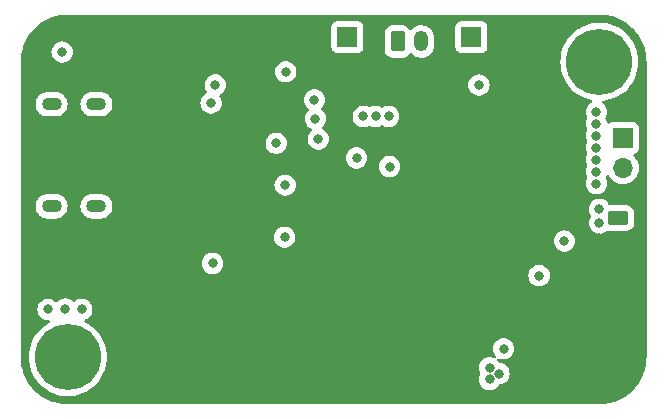
<source format=gbr>
%TF.GenerationSoftware,KiCad,Pcbnew,7.0.8*%
%TF.CreationDate,2024-12-11T22:25:20+01:00*%
%TF.ProjectId,LiPo_BuckBoost_Charger,4c69506f-5f42-4756-936b-426f6f73745f,rev?*%
%TF.SameCoordinates,Original*%
%TF.FileFunction,Copper,L2,Inr*%
%TF.FilePolarity,Positive*%
%FSLAX46Y46*%
G04 Gerber Fmt 4.6, Leading zero omitted, Abs format (unit mm)*
G04 Created by KiCad (PCBNEW 7.0.8) date 2024-12-11 22:25:20*
%MOMM*%
%LPD*%
G01*
G04 APERTURE LIST*
G04 Aperture macros list*
%AMRoundRect*
0 Rectangle with rounded corners*
0 $1 Rounding radius*
0 $2 $3 $4 $5 $6 $7 $8 $9 X,Y pos of 4 corners*
0 Add a 4 corners polygon primitive as box body*
4,1,4,$2,$3,$4,$5,$6,$7,$8,$9,$2,$3,0*
0 Add four circle primitives for the rounded corners*
1,1,$1+$1,$2,$3*
1,1,$1+$1,$4,$5*
1,1,$1+$1,$6,$7*
1,1,$1+$1,$8,$9*
0 Add four rect primitives between the rounded corners*
20,1,$1+$1,$2,$3,$4,$5,0*
20,1,$1+$1,$4,$5,$6,$7,0*
20,1,$1+$1,$6,$7,$8,$9,0*
20,1,$1+$1,$8,$9,$2,$3,0*%
G04 Aperture macros list end*
%TA.AperFunction,ComponentPad*%
%ADD10R,1.700000X1.700000*%
%TD*%
%TA.AperFunction,ComponentPad*%
%ADD11O,1.700000X1.700000*%
%TD*%
%TA.AperFunction,ComponentPad*%
%ADD12O,1.700000X1.100000*%
%TD*%
%TA.AperFunction,ComponentPad*%
%ADD13C,5.600000*%
%TD*%
%TA.AperFunction,ComponentPad*%
%ADD14RoundRect,0.250000X-0.625000X0.350000X-0.625000X-0.350000X0.625000X-0.350000X0.625000X0.350000X0*%
%TD*%
%TA.AperFunction,ComponentPad*%
%ADD15O,1.750000X1.200000*%
%TD*%
%TA.AperFunction,ComponentPad*%
%ADD16RoundRect,0.250000X-0.350000X-0.625000X0.350000X-0.625000X0.350000X0.625000X-0.350000X0.625000X0*%
%TD*%
%TA.AperFunction,ComponentPad*%
%ADD17O,1.200000X1.750000*%
%TD*%
%TA.AperFunction,ViaPad*%
%ADD18C,0.800000*%
%TD*%
G04 APERTURE END LIST*
D10*
%TO.N,+5V*%
%TO.C,J6*%
X122000000Y-33450000D03*
D11*
X122000000Y-35990000D03*
%TD*%
D12*
%TO.N,unconnected-(J1-SHIELD-PadS1)*%
%TO.C,J1*%
X77420000Y-30579340D03*
X73620000Y-30579340D03*
X77420000Y-39219340D03*
X73620000Y-39219340D03*
%TD*%
D13*
%TO.N,N/C*%
%TO.C,H2*%
X75000000Y-52000000D03*
%TD*%
D10*
%TO.N,+BATT*%
%TO.C,J3*%
X98670000Y-24887000D03*
%TD*%
D14*
%TO.N,+5V*%
%TO.C,J5*%
X121600000Y-40250000D03*
D15*
%TO.N,GND*%
X121600000Y-42250000D03*
%TD*%
D10*
%TO.N,-BATT*%
%TO.C,J4*%
X109170000Y-24887000D03*
%TD*%
D16*
%TO.N,+BATT*%
%TO.C,J2*%
X102920000Y-25280000D03*
D17*
%TO.N,-BATT*%
X104920000Y-25280000D03*
%TD*%
D13*
%TO.N,N/C*%
%TO.C,H1*%
X120000000Y-27000000D03*
%TD*%
D10*
%TO.N,GND*%
%TO.C,J7*%
X122000000Y-46500000D03*
D11*
X122000000Y-49040000D03*
%TD*%
D18*
%TO.N,Net-(D1-A)*%
X74520000Y-26180000D03*
X87475000Y-28956000D03*
%TO.N,GND*%
X79550000Y-38890000D03*
X116840000Y-55250000D03*
X112623600Y-26619200D03*
X111760000Y-55250000D03*
X79140000Y-43700000D03*
X112776000Y-24638000D03*
X119710000Y-50822000D03*
X105575000Y-40700000D03*
X116535200Y-24688800D03*
X119380000Y-55250000D03*
X120650000Y-55125000D03*
X80264000Y-41148000D03*
X114046000Y-24638000D03*
X83312000Y-40894000D03*
X73761600Y-37496140D03*
X77770000Y-23750000D03*
X115824000Y-25654000D03*
X72390000Y-37496140D03*
X115062000Y-47117000D03*
X84328000Y-33909000D03*
X85852000Y-36068000D03*
X115316000Y-24638000D03*
X97790000Y-55250000D03*
X112014000Y-25654000D03*
X105870000Y-46750000D03*
X105575000Y-34800000D03*
X85471000Y-33909000D03*
X113284000Y-25654000D03*
X113330000Y-23750000D03*
X123190000Y-52070000D03*
X73761600Y-32416140D03*
X94280000Y-23750000D03*
X91740000Y-23750000D03*
X119980000Y-41921000D03*
X110512500Y-46740000D03*
X109650000Y-47150000D03*
X84328000Y-27940000D03*
X109220000Y-55250000D03*
X106950000Y-47350000D03*
X91440000Y-55250000D03*
X84582000Y-40894000D03*
X119710000Y-49806000D03*
X111400000Y-46300000D03*
X82550000Y-55250000D03*
X114600000Y-23750000D03*
X113334800Y-27533600D03*
X93250000Y-46775000D03*
X117600000Y-34390000D03*
X109650000Y-46300000D03*
X119980000Y-43064000D03*
X80264000Y-39979600D03*
X71750000Y-48260000D03*
X102410000Y-40005000D03*
X71750000Y-49530000D03*
X117600000Y-36930000D03*
X72390000Y-36226140D03*
X122875000Y-53425000D03*
X96275000Y-46750000D03*
X93980000Y-55250000D03*
X100910000Y-40905000D03*
X73761600Y-33686140D03*
X76500000Y-23750000D03*
X90300000Y-46725000D03*
X106050000Y-41700000D03*
X81280000Y-55250000D03*
X114046000Y-46736000D03*
X71750000Y-39380000D03*
X101410000Y-40005000D03*
X71750000Y-41910000D03*
X88392000Y-34036000D03*
X117140000Y-23750000D03*
X112064800Y-27533600D03*
X112060000Y-23750000D03*
X119710000Y-48787000D03*
X101620000Y-45000000D03*
X99060000Y-55250000D03*
X115163600Y-26619200D03*
X73761600Y-34905340D03*
X115570000Y-55250000D03*
X84328000Y-26797000D03*
X72390000Y-33686140D03*
X71750000Y-45720000D03*
X117600000Y-33120000D03*
X95550000Y-23750000D03*
X113360000Y-49390000D03*
X100450000Y-45000000D03*
X71750000Y-46990000D03*
X107950000Y-55250000D03*
X117600000Y-31860000D03*
X78275000Y-46700000D03*
X105575000Y-38750000D03*
X97000000Y-48238000D03*
X96290000Y-45720000D03*
X111404400Y-24638000D03*
X117000000Y-40190000D03*
X75230000Y-23750000D03*
X78740000Y-55250000D03*
X102910000Y-40905000D03*
X111353600Y-26619200D03*
X93010000Y-23750000D03*
X121920000Y-54610000D03*
X84328000Y-30480000D03*
X105575000Y-31700000D03*
X117600000Y-35660000D03*
X113100000Y-47350000D03*
X77470000Y-55250000D03*
X115870000Y-23750000D03*
X114604800Y-27533600D03*
X90170000Y-55250000D03*
X71750000Y-43180000D03*
X83820000Y-55250000D03*
X119710000Y-46755000D03*
X90470000Y-23750000D03*
X105410000Y-55250000D03*
X105575000Y-35750000D03*
X113360000Y-48420000D03*
X84328000Y-32766000D03*
X119710000Y-45739000D03*
X119710000Y-44723000D03*
X71750000Y-40650000D03*
X97000000Y-49254000D03*
X117600000Y-30590000D03*
X105575000Y-37750000D03*
X72386509Y-34923130D03*
X92710000Y-55250000D03*
X114300000Y-55250000D03*
X105575000Y-29650000D03*
X86360000Y-55250000D03*
X71750000Y-44450000D03*
X102870000Y-55250000D03*
X82042000Y-40894000D03*
X80010000Y-55250000D03*
X80264000Y-43688000D03*
X73761600Y-36226140D03*
X110490000Y-55250000D03*
X106324400Y-54102000D03*
X118110000Y-55250000D03*
X114554000Y-25654000D03*
X76200000Y-32111340D03*
X95250000Y-55250000D03*
X81325000Y-46750000D03*
X115874800Y-27533600D03*
X80264000Y-42418000D03*
X84328000Y-36068000D03*
X100330000Y-55250000D03*
X87630000Y-55250000D03*
X77750000Y-45140000D03*
X84328000Y-31623000D03*
X101600000Y-55250000D03*
X113100000Y-46150000D03*
X107000000Y-46200000D03*
X88900000Y-55250000D03*
X86106000Y-42418000D03*
X106680000Y-55250000D03*
X113030000Y-55250000D03*
X72390000Y-32416140D03*
X106350000Y-51160000D03*
X114173000Y-47752000D03*
X96520000Y-55250000D03*
X105575000Y-32700000D03*
X111400000Y-47150000D03*
X101910000Y-40905000D03*
X113893600Y-26619200D03*
X84300000Y-46775000D03*
X85090000Y-55250000D03*
X108000000Y-46800000D03*
X104140000Y-55250000D03*
X119710000Y-47771000D03*
%TO.N,-BATT*%
X93400000Y-37450000D03*
X102250000Y-35880000D03*
%TO.N,+5V*%
X109800000Y-28975000D03*
X120000000Y-40643000D03*
X119750000Y-34266000D03*
X119750000Y-33250000D03*
X119750000Y-37317000D03*
X119750000Y-31250000D03*
X120000000Y-39500000D03*
X119750000Y-36301000D03*
X119750000Y-35282000D03*
X117030000Y-42180000D03*
X119750000Y-32250000D03*
%TO.N,Net-(U4-EN)*%
X111900000Y-51300000D03*
X114900000Y-45100000D03*
%TO.N,VBUS*%
X93350000Y-41850000D03*
X99450000Y-35150000D03*
%TO.N,Net-(JP1-A)*%
X87250000Y-44075000D03*
X87130000Y-30480000D03*
%TO.N,Net-(JP9-A)*%
X93450000Y-27850000D03*
X92640000Y-33900000D03*
%TO.N,VCC*%
X76180000Y-47960000D03*
X102160000Y-31620000D03*
X74800000Y-47940000D03*
X110700000Y-52900000D03*
X73330000Y-47970000D03*
X101070000Y-31620000D03*
X111500000Y-53400000D03*
X100010000Y-31630000D03*
X110700000Y-53900000D03*
%TO.N,Net-(Q1-G)*%
X95875000Y-30225000D03*
X96200000Y-33550000D03*
%TO.N,Net-(JP9-C)*%
X95960000Y-31820000D03*
%TD*%
%TA.AperFunction,Conductor*%
%TO.N,GND*%
G36*
X120001423Y-23000566D02*
G01*
X120040986Y-23002394D01*
X120172950Y-23008495D01*
X120372549Y-23018302D01*
X120378048Y-23018819D01*
X120563357Y-23044668D01*
X120749828Y-23072329D01*
X120754871Y-23073294D01*
X120939341Y-23116681D01*
X121120221Y-23161989D01*
X121124797Y-23163327D01*
X121305568Y-23223916D01*
X121480339Y-23286450D01*
X121484471Y-23288100D01*
X121542986Y-23313936D01*
X121659474Y-23365370D01*
X121826973Y-23444592D01*
X121830601Y-23446457D01*
X121992257Y-23536500D01*
X121998142Y-23539778D01*
X122156964Y-23634972D01*
X122160119Y-23636996D01*
X122318603Y-23745559D01*
X122467377Y-23855897D01*
X122470001Y-23857957D01*
X122618027Y-23980876D01*
X122755321Y-24105314D01*
X122757514Y-24107402D01*
X122892596Y-24242484D01*
X122894687Y-24244680D01*
X123019129Y-24381980D01*
X123142034Y-24529989D01*
X123144109Y-24532632D01*
X123254443Y-24681400D01*
X123363002Y-24839879D01*
X123365032Y-24843044D01*
X123460221Y-25001857D01*
X123553527Y-25169371D01*
X123555410Y-25173034D01*
X123634638Y-25340547D01*
X123711899Y-25515527D01*
X123713558Y-25519685D01*
X123776093Y-25694459D01*
X123836662Y-25875173D01*
X123838018Y-25879812D01*
X123883317Y-26060654D01*
X123926696Y-26245090D01*
X123927672Y-26250189D01*
X123955337Y-26436689D01*
X123981177Y-26621933D01*
X123981697Y-26627459D01*
X123991512Y-26827238D01*
X123999434Y-26998575D01*
X123999500Y-27001439D01*
X123999500Y-51998560D01*
X123999434Y-52001424D01*
X123991512Y-52172761D01*
X123981697Y-52372539D01*
X123981177Y-52378065D01*
X123955337Y-52563310D01*
X123927672Y-52749809D01*
X123926696Y-52754908D01*
X123883317Y-52939345D01*
X123838018Y-53120186D01*
X123836662Y-53124825D01*
X123776093Y-53305540D01*
X123713557Y-53480314D01*
X123711899Y-53484470D01*
X123634638Y-53659452D01*
X123555410Y-53826964D01*
X123553527Y-53830627D01*
X123460221Y-53998142D01*
X123365032Y-54156954D01*
X123363002Y-54160118D01*
X123254437Y-54318608D01*
X123144121Y-54467350D01*
X123142021Y-54470025D01*
X123019132Y-54618016D01*
X122894695Y-54755310D01*
X122892596Y-54757514D01*
X122757514Y-54892596D01*
X122755310Y-54894695D01*
X122618016Y-55019132D01*
X122470025Y-55142021D01*
X122467350Y-55144121D01*
X122318608Y-55254437D01*
X122160118Y-55363002D01*
X122156954Y-55365032D01*
X121998142Y-55460221D01*
X121830627Y-55553527D01*
X121826964Y-55555410D01*
X121659452Y-55634638D01*
X121484470Y-55711899D01*
X121480314Y-55713557D01*
X121305540Y-55776093D01*
X121124825Y-55836662D01*
X121120186Y-55838018D01*
X120939345Y-55883317D01*
X120754908Y-55926696D01*
X120749809Y-55927672D01*
X120563310Y-55955337D01*
X120378065Y-55981177D01*
X120372539Y-55981697D01*
X120172761Y-55991512D01*
X120001424Y-55999434D01*
X119998560Y-55999500D01*
X75001440Y-55999500D01*
X74998576Y-55999434D01*
X74827238Y-55991512D01*
X74627459Y-55981697D01*
X74621933Y-55981177D01*
X74436689Y-55955337D01*
X74250189Y-55927672D01*
X74245090Y-55926696D01*
X74060654Y-55883317D01*
X73879812Y-55838018D01*
X73875173Y-55836662D01*
X73694459Y-55776093D01*
X73519685Y-55713558D01*
X73515527Y-55711899D01*
X73340547Y-55634638D01*
X73173034Y-55555410D01*
X73169371Y-55553527D01*
X73001857Y-55460221D01*
X72843044Y-55365032D01*
X72839879Y-55363002D01*
X72730371Y-55287989D01*
X72681392Y-55254437D01*
X72532632Y-55144109D01*
X72529989Y-55142034D01*
X72381980Y-55019129D01*
X72244688Y-54894695D01*
X72242484Y-54892596D01*
X72107402Y-54757514D01*
X72105314Y-54755321D01*
X71980867Y-54618016D01*
X71857957Y-54470001D01*
X71855897Y-54467377D01*
X71745559Y-54318603D01*
X71636995Y-54160118D01*
X71634966Y-54156954D01*
X71539778Y-53998142D01*
X71503056Y-53932214D01*
X71446457Y-53830601D01*
X71444588Y-53826964D01*
X71365361Y-53659452D01*
X71288100Y-53484471D01*
X71286450Y-53480339D01*
X71223906Y-53305540D01*
X71163327Y-53124797D01*
X71161989Y-53120221D01*
X71116675Y-52939315D01*
X71111402Y-52916895D01*
X71073294Y-52754871D01*
X71072329Y-52749828D01*
X71044662Y-52563310D01*
X71018819Y-52378048D01*
X71018302Y-52372549D01*
X71008487Y-52172761D01*
X71000566Y-52001423D01*
X71000533Y-52000002D01*
X71694652Y-52000002D01*
X71714028Y-52357368D01*
X71714029Y-52357385D01*
X71771926Y-52710539D01*
X71771932Y-52710565D01*
X71867672Y-53055392D01*
X71867674Y-53055399D01*
X72000142Y-53387870D01*
X72000151Y-53387888D01*
X72167784Y-53704077D01*
X72167787Y-53704082D01*
X72167789Y-53704085D01*
X72367164Y-53998142D01*
X72368634Y-54000309D01*
X72368641Y-54000319D01*
X72504376Y-54160118D01*
X72600332Y-54273086D01*
X72860163Y-54519211D01*
X73145081Y-54735800D01*
X73451747Y-54920315D01*
X73451749Y-54920316D01*
X73451751Y-54920317D01*
X73451755Y-54920319D01*
X73776552Y-55070585D01*
X73776565Y-55070591D01*
X74115726Y-55184868D01*
X74465254Y-55261805D01*
X74821052Y-55300500D01*
X74821058Y-55300500D01*
X75178942Y-55300500D01*
X75178948Y-55300500D01*
X75534746Y-55261805D01*
X75884274Y-55184868D01*
X76223435Y-55070591D01*
X76548253Y-54920315D01*
X76854919Y-54735800D01*
X77139837Y-54519211D01*
X77399668Y-54273086D01*
X77631365Y-54000311D01*
X77699377Y-53900000D01*
X109794540Y-53900000D01*
X109814326Y-54088256D01*
X109814327Y-54088259D01*
X109872818Y-54268277D01*
X109872821Y-54268284D01*
X109967467Y-54432216D01*
X110045797Y-54519210D01*
X110094129Y-54572888D01*
X110247265Y-54684148D01*
X110247270Y-54684151D01*
X110420192Y-54761142D01*
X110420197Y-54761144D01*
X110605354Y-54800500D01*
X110605355Y-54800500D01*
X110794644Y-54800500D01*
X110794646Y-54800500D01*
X110979803Y-54761144D01*
X111152730Y-54684151D01*
X111305871Y-54572888D01*
X111432533Y-54432216D01*
X111445223Y-54410237D01*
X111472784Y-54362500D01*
X111523351Y-54314284D01*
X111580171Y-54300500D01*
X111594644Y-54300500D01*
X111594646Y-54300500D01*
X111779803Y-54261144D01*
X111952730Y-54184151D01*
X112105871Y-54072888D01*
X112232533Y-53932216D01*
X112327179Y-53768284D01*
X112385674Y-53588256D01*
X112405460Y-53400000D01*
X112385674Y-53211744D01*
X112327179Y-53031716D01*
X112232533Y-52867784D01*
X112105871Y-52727112D01*
X112084719Y-52711744D01*
X111952734Y-52615851D01*
X111952729Y-52615848D01*
X111779807Y-52538857D01*
X111779802Y-52538855D01*
X111634001Y-52507865D01*
X111594646Y-52499500D01*
X111594645Y-52499500D01*
X111580171Y-52499500D01*
X111513132Y-52479815D01*
X111472784Y-52437500D01*
X111435278Y-52372539D01*
X111432533Y-52367784D01*
X111386753Y-52316940D01*
X111356525Y-52253952D01*
X111365150Y-52184617D01*
X111409891Y-52130951D01*
X111476544Y-52109993D01*
X111529341Y-52120692D01*
X111620197Y-52161144D01*
X111805354Y-52200500D01*
X111805355Y-52200500D01*
X111994644Y-52200500D01*
X111994646Y-52200500D01*
X112179803Y-52161144D01*
X112352730Y-52084151D01*
X112505871Y-51972888D01*
X112632533Y-51832216D01*
X112727179Y-51668284D01*
X112785674Y-51488256D01*
X112805460Y-51300000D01*
X112785674Y-51111744D01*
X112727179Y-50931716D01*
X112632533Y-50767784D01*
X112505871Y-50627112D01*
X112485249Y-50612129D01*
X112352734Y-50515851D01*
X112352729Y-50515848D01*
X112179807Y-50438857D01*
X112179802Y-50438855D01*
X112034001Y-50407865D01*
X111994646Y-50399500D01*
X111805354Y-50399500D01*
X111772897Y-50406398D01*
X111620197Y-50438855D01*
X111620192Y-50438857D01*
X111447270Y-50515848D01*
X111447265Y-50515851D01*
X111294129Y-50627111D01*
X111167466Y-50767785D01*
X111072821Y-50931715D01*
X111072818Y-50931722D01*
X111014327Y-51111740D01*
X111014326Y-51111744D01*
X110994540Y-51300000D01*
X111014326Y-51488256D01*
X111014327Y-51488259D01*
X111072818Y-51668277D01*
X111072821Y-51668284D01*
X111167464Y-51832212D01*
X111167465Y-51832214D01*
X111167467Y-51832216D01*
X111213245Y-51883057D01*
X111243474Y-51946047D01*
X111234849Y-52015382D01*
X111190108Y-52069048D01*
X111123455Y-52090006D01*
X111070658Y-52079307D01*
X110979807Y-52038857D01*
X110979802Y-52038855D01*
X110834001Y-52007865D01*
X110794646Y-51999500D01*
X110605354Y-51999500D01*
X110572897Y-52006398D01*
X110420197Y-52038855D01*
X110420192Y-52038857D01*
X110247270Y-52115848D01*
X110247265Y-52115851D01*
X110094129Y-52227111D01*
X109967466Y-52367785D01*
X109872821Y-52531715D01*
X109872818Y-52531722D01*
X109814713Y-52710552D01*
X109814326Y-52711744D01*
X109794540Y-52900000D01*
X109814326Y-53088256D01*
X109814327Y-53088259D01*
X109872818Y-53268277D01*
X109872820Y-53268281D01*
X109872821Y-53268284D01*
X109894320Y-53305521D01*
X109913072Y-53338001D01*
X109929543Y-53405901D01*
X109913072Y-53461999D01*
X109872820Y-53531718D01*
X109872818Y-53531722D01*
X109816814Y-53704086D01*
X109814326Y-53711744D01*
X109794540Y-53900000D01*
X77699377Y-53900000D01*
X77832211Y-53704085D01*
X77999853Y-53387880D01*
X78132324Y-53055403D01*
X78228071Y-52710552D01*
X78262671Y-52499500D01*
X78285970Y-52357385D01*
X78285970Y-52357382D01*
X78285972Y-52357371D01*
X78305348Y-52000000D01*
X78285972Y-51642629D01*
X78260664Y-51488259D01*
X78228073Y-51289460D01*
X78228072Y-51289459D01*
X78228071Y-51289448D01*
X78132324Y-50944597D01*
X78061875Y-50767784D01*
X77999857Y-50612129D01*
X77999848Y-50612111D01*
X77832215Y-50295922D01*
X77832213Y-50295919D01*
X77832211Y-50295915D01*
X77631365Y-49999689D01*
X77631361Y-49999684D01*
X77631358Y-49999680D01*
X77399668Y-49726914D01*
X77139837Y-49480789D01*
X77139830Y-49480783D01*
X77139827Y-49480781D01*
X77072245Y-49429407D01*
X76854919Y-49264200D01*
X76548253Y-49079685D01*
X76548252Y-49079684D01*
X76548248Y-49079682D01*
X76548244Y-49079680D01*
X76468034Y-49042571D01*
X76415456Y-48996557D01*
X76396102Y-48929421D01*
X76416116Y-48862480D01*
X76469145Y-48816985D01*
X76469246Y-48816939D01*
X76632730Y-48744151D01*
X76785871Y-48632888D01*
X76912533Y-48492216D01*
X77007179Y-48328284D01*
X77065674Y-48148256D01*
X77085460Y-47960000D01*
X77065674Y-47771744D01*
X77007179Y-47591716D01*
X76912533Y-47427784D01*
X76785871Y-47287112D01*
X76762496Y-47270129D01*
X76632734Y-47175851D01*
X76632729Y-47175848D01*
X76459807Y-47098857D01*
X76459802Y-47098855D01*
X76314001Y-47067865D01*
X76274646Y-47059500D01*
X76085354Y-47059500D01*
X76052897Y-47066398D01*
X75900197Y-47098855D01*
X75900192Y-47098857D01*
X75727271Y-47175848D01*
X75573624Y-47287478D01*
X75507817Y-47310957D01*
X75439763Y-47295131D01*
X75408588Y-47270130D01*
X75405871Y-47267112D01*
X75405867Y-47267109D01*
X75405864Y-47267106D01*
X75252734Y-47155851D01*
X75252729Y-47155848D01*
X75079807Y-47078857D01*
X75079802Y-47078855D01*
X74934001Y-47047865D01*
X74894646Y-47039500D01*
X74705354Y-47039500D01*
X74672897Y-47046398D01*
X74520197Y-47078855D01*
X74520192Y-47078857D01*
X74347270Y-47155848D01*
X74347265Y-47155851D01*
X74194129Y-47267111D01*
X74194128Y-47267112D01*
X74143642Y-47323182D01*
X74084155Y-47359830D01*
X74014298Y-47358499D01*
X73959343Y-47323180D01*
X73935871Y-47297112D01*
X73935870Y-47297111D01*
X73935869Y-47297110D01*
X73782734Y-47185851D01*
X73782729Y-47185848D01*
X73609807Y-47108857D01*
X73609802Y-47108855D01*
X73464001Y-47077865D01*
X73424646Y-47069500D01*
X73235354Y-47069500D01*
X73202897Y-47076398D01*
X73050197Y-47108855D01*
X73050192Y-47108857D01*
X72877270Y-47185848D01*
X72877265Y-47185851D01*
X72724129Y-47297111D01*
X72597466Y-47437785D01*
X72502821Y-47601715D01*
X72502818Y-47601722D01*
X72447575Y-47771744D01*
X72444326Y-47781744D01*
X72424540Y-47970000D01*
X72444326Y-48158256D01*
X72444327Y-48158259D01*
X72502818Y-48338277D01*
X72502821Y-48338284D01*
X72597467Y-48502216D01*
X72697117Y-48612888D01*
X72724129Y-48642888D01*
X72877265Y-48754148D01*
X72877270Y-48754151D01*
X73050192Y-48831142D01*
X73050197Y-48831144D01*
X73235354Y-48870500D01*
X73235355Y-48870500D01*
X73352808Y-48870500D01*
X73419847Y-48890185D01*
X73465602Y-48942989D01*
X73475546Y-49012147D01*
X73446521Y-49075703D01*
X73416737Y-49100749D01*
X73145081Y-49264200D01*
X73056768Y-49331333D01*
X72860172Y-49480781D01*
X72860163Y-49480789D01*
X72600331Y-49726914D01*
X72368641Y-49999680D01*
X72368634Y-49999690D01*
X72167790Y-50295913D01*
X72167784Y-50295922D01*
X72000151Y-50612111D01*
X72000142Y-50612129D01*
X71867674Y-50944600D01*
X71867672Y-50944607D01*
X71771932Y-51289434D01*
X71771926Y-51289460D01*
X71714029Y-51642614D01*
X71714028Y-51642627D01*
X71714028Y-51642629D01*
X71712637Y-51668284D01*
X71694652Y-51999997D01*
X71694652Y-52000002D01*
X71000533Y-52000002D01*
X71000500Y-51998560D01*
X71000500Y-45100000D01*
X113994540Y-45100000D01*
X114014326Y-45288256D01*
X114014327Y-45288259D01*
X114072818Y-45468277D01*
X114072821Y-45468284D01*
X114167467Y-45632216D01*
X114294129Y-45772888D01*
X114447265Y-45884148D01*
X114447270Y-45884151D01*
X114620192Y-45961142D01*
X114620197Y-45961144D01*
X114805354Y-46000500D01*
X114805355Y-46000500D01*
X114994644Y-46000500D01*
X114994646Y-46000500D01*
X115179803Y-45961144D01*
X115352730Y-45884151D01*
X115505871Y-45772888D01*
X115632533Y-45632216D01*
X115727179Y-45468284D01*
X115785674Y-45288256D01*
X115805460Y-45100000D01*
X115785674Y-44911744D01*
X115727179Y-44731716D01*
X115632533Y-44567784D01*
X115505871Y-44427112D01*
X115505870Y-44427111D01*
X115352734Y-44315851D01*
X115352729Y-44315848D01*
X115179807Y-44238857D01*
X115179802Y-44238855D01*
X115034001Y-44207865D01*
X114994646Y-44199500D01*
X114805354Y-44199500D01*
X114772897Y-44206398D01*
X114620197Y-44238855D01*
X114620192Y-44238857D01*
X114447270Y-44315848D01*
X114447265Y-44315851D01*
X114294129Y-44427111D01*
X114167466Y-44567785D01*
X114072821Y-44731715D01*
X114072818Y-44731722D01*
X114014327Y-44911740D01*
X114014326Y-44911744D01*
X113994540Y-45100000D01*
X71000500Y-45100000D01*
X71000500Y-44075000D01*
X86344540Y-44075000D01*
X86364326Y-44263256D01*
X86364327Y-44263259D01*
X86422818Y-44443277D01*
X86422821Y-44443284D01*
X86517467Y-44607216D01*
X86629567Y-44731715D01*
X86644129Y-44747888D01*
X86797265Y-44859148D01*
X86797270Y-44859151D01*
X86970192Y-44936142D01*
X86970197Y-44936144D01*
X87155354Y-44975500D01*
X87155355Y-44975500D01*
X87344644Y-44975500D01*
X87344646Y-44975500D01*
X87529803Y-44936144D01*
X87702730Y-44859151D01*
X87855871Y-44747888D01*
X87982533Y-44607216D01*
X88077179Y-44443284D01*
X88135674Y-44263256D01*
X88155460Y-44075000D01*
X88135674Y-43886744D01*
X88077179Y-43706716D01*
X87982533Y-43542784D01*
X87855871Y-43402112D01*
X87855870Y-43402111D01*
X87702734Y-43290851D01*
X87702729Y-43290848D01*
X87529807Y-43213857D01*
X87529802Y-43213855D01*
X87384001Y-43182865D01*
X87344646Y-43174500D01*
X87155354Y-43174500D01*
X87122897Y-43181398D01*
X86970197Y-43213855D01*
X86970192Y-43213857D01*
X86797270Y-43290848D01*
X86797265Y-43290851D01*
X86644129Y-43402111D01*
X86517466Y-43542785D01*
X86422821Y-43706715D01*
X86422818Y-43706722D01*
X86364327Y-43886740D01*
X86364326Y-43886744D01*
X86344540Y-44075000D01*
X71000500Y-44075000D01*
X71000500Y-41850000D01*
X92444540Y-41850000D01*
X92464326Y-42038256D01*
X92464327Y-42038259D01*
X92522818Y-42218277D01*
X92522821Y-42218284D01*
X92617467Y-42382216D01*
X92744129Y-42522888D01*
X92897265Y-42634148D01*
X92897270Y-42634151D01*
X93070192Y-42711142D01*
X93070197Y-42711144D01*
X93255354Y-42750500D01*
X93255355Y-42750500D01*
X93444644Y-42750500D01*
X93444646Y-42750500D01*
X93629803Y-42711144D01*
X93802730Y-42634151D01*
X93955871Y-42522888D01*
X94082533Y-42382216D01*
X94177179Y-42218284D01*
X94189618Y-42180000D01*
X116124540Y-42180000D01*
X116144326Y-42368256D01*
X116144327Y-42368259D01*
X116202818Y-42548277D01*
X116202821Y-42548284D01*
X116297467Y-42712216D01*
X116424129Y-42852888D01*
X116577265Y-42964148D01*
X116577270Y-42964151D01*
X116750192Y-43041142D01*
X116750197Y-43041144D01*
X116935354Y-43080500D01*
X116935355Y-43080500D01*
X117124644Y-43080500D01*
X117124646Y-43080500D01*
X117309803Y-43041144D01*
X117482730Y-42964151D01*
X117635871Y-42852888D01*
X117762533Y-42712216D01*
X117857179Y-42548284D01*
X117915674Y-42368256D01*
X117935460Y-42180000D01*
X117915674Y-41991744D01*
X117857179Y-41811716D01*
X117762533Y-41647784D01*
X117635871Y-41507112D01*
X117631786Y-41504144D01*
X117482734Y-41395851D01*
X117482729Y-41395848D01*
X117309807Y-41318857D01*
X117309802Y-41318855D01*
X117164001Y-41287865D01*
X117124646Y-41279500D01*
X116935354Y-41279500D01*
X116902897Y-41286398D01*
X116750197Y-41318855D01*
X116750192Y-41318857D01*
X116577270Y-41395848D01*
X116577265Y-41395851D01*
X116424129Y-41507111D01*
X116297466Y-41647785D01*
X116202821Y-41811715D01*
X116202818Y-41811722D01*
X116144327Y-41991740D01*
X116144326Y-41991744D01*
X116124540Y-42180000D01*
X94189618Y-42180000D01*
X94235674Y-42038256D01*
X94255460Y-41850000D01*
X94235674Y-41661744D01*
X94177179Y-41481716D01*
X94082533Y-41317784D01*
X93955871Y-41177112D01*
X93955870Y-41177111D01*
X93802734Y-41065851D01*
X93802729Y-41065848D01*
X93629807Y-40988857D01*
X93629802Y-40988855D01*
X93484001Y-40957865D01*
X93444646Y-40949500D01*
X93255354Y-40949500D01*
X93222897Y-40956398D01*
X93070197Y-40988855D01*
X93070192Y-40988857D01*
X92897270Y-41065848D01*
X92897265Y-41065851D01*
X92744129Y-41177111D01*
X92617466Y-41317785D01*
X92522821Y-41481715D01*
X92522818Y-41481722D01*
X92464327Y-41661740D01*
X92464326Y-41661744D01*
X92444540Y-41850000D01*
X71000500Y-41850000D01*
X71000500Y-40643000D01*
X119094540Y-40643000D01*
X119114326Y-40831256D01*
X119114327Y-40831259D01*
X119172818Y-41011277D01*
X119172821Y-41011284D01*
X119267467Y-41175216D01*
X119361365Y-41279500D01*
X119394129Y-41315888D01*
X119547265Y-41427148D01*
X119547270Y-41427151D01*
X119720192Y-41504142D01*
X119720197Y-41504144D01*
X119905354Y-41543500D01*
X119905355Y-41543500D01*
X120094644Y-41543500D01*
X120094646Y-41543500D01*
X120279803Y-41504144D01*
X120452730Y-41427151D01*
X120599361Y-41320617D01*
X120665163Y-41297139D01*
X120711243Y-41303230D01*
X120822203Y-41339999D01*
X120924991Y-41350500D01*
X122275008Y-41350499D01*
X122377797Y-41339999D01*
X122544334Y-41284814D01*
X122693656Y-41192712D01*
X122817712Y-41068656D01*
X122909814Y-40919334D01*
X122964999Y-40752797D01*
X122975500Y-40650009D01*
X122975499Y-39849992D01*
X122964999Y-39747203D01*
X122909814Y-39580666D01*
X122817712Y-39431344D01*
X122693656Y-39307288D01*
X122544334Y-39215186D01*
X122377797Y-39160001D01*
X122377795Y-39160000D01*
X122275010Y-39149500D01*
X120924998Y-39149500D01*
X120924980Y-39149501D01*
X120922168Y-39149789D01*
X120853476Y-39137014D01*
X120802595Y-39089130D01*
X120802188Y-39088430D01*
X120758873Y-39013406D01*
X120732533Y-38967784D01*
X120605871Y-38827112D01*
X120605870Y-38827111D01*
X120452734Y-38715851D01*
X120452729Y-38715848D01*
X120279807Y-38638857D01*
X120279802Y-38638855D01*
X120134001Y-38607865D01*
X120094646Y-38599500D01*
X119905354Y-38599500D01*
X119872897Y-38606398D01*
X119720197Y-38638855D01*
X119720192Y-38638857D01*
X119547270Y-38715848D01*
X119547265Y-38715851D01*
X119394129Y-38827111D01*
X119267466Y-38967785D01*
X119172821Y-39131715D01*
X119172818Y-39131722D01*
X119114327Y-39311740D01*
X119114326Y-39311744D01*
X119094540Y-39500000D01*
X119114326Y-39688256D01*
X119114327Y-39688259D01*
X119172818Y-39868277D01*
X119172820Y-39868281D01*
X119172821Y-39868284D01*
X119220712Y-39951235D01*
X119254352Y-40009501D01*
X119270824Y-40077401D01*
X119254352Y-40133499D01*
X119172820Y-40274718D01*
X119172818Y-40274722D01*
X119114327Y-40454740D01*
X119114326Y-40454744D01*
X119094540Y-40643000D01*
X71000500Y-40643000D01*
X71000500Y-39219340D01*
X72264417Y-39219340D01*
X72284699Y-39425272D01*
X72286541Y-39431344D01*
X72344768Y-39623294D01*
X72442315Y-39805790D01*
X72442317Y-39805792D01*
X72573589Y-39965750D01*
X72670209Y-40045042D01*
X72733550Y-40097025D01*
X72916046Y-40194572D01*
X73114066Y-40254640D01*
X73114065Y-40254640D01*
X73152647Y-40258440D01*
X73268392Y-40269840D01*
X73268395Y-40269840D01*
X73971605Y-40269840D01*
X73971608Y-40269840D01*
X74125934Y-40254640D01*
X74323954Y-40194572D01*
X74506450Y-40097025D01*
X74666410Y-39965750D01*
X74797685Y-39805790D01*
X74895232Y-39623294D01*
X74955300Y-39425274D01*
X74975583Y-39219340D01*
X76064417Y-39219340D01*
X76084699Y-39425272D01*
X76086541Y-39431344D01*
X76144768Y-39623294D01*
X76242315Y-39805790D01*
X76242317Y-39805792D01*
X76373589Y-39965750D01*
X76470209Y-40045042D01*
X76533550Y-40097025D01*
X76716046Y-40194572D01*
X76914066Y-40254640D01*
X76914065Y-40254640D01*
X76952647Y-40258440D01*
X77068392Y-40269840D01*
X77068395Y-40269840D01*
X77771605Y-40269840D01*
X77771608Y-40269840D01*
X77925934Y-40254640D01*
X78123954Y-40194572D01*
X78306450Y-40097025D01*
X78466410Y-39965750D01*
X78597685Y-39805790D01*
X78695232Y-39623294D01*
X78755300Y-39425274D01*
X78775583Y-39219340D01*
X78755300Y-39013406D01*
X78695232Y-38815386D01*
X78597685Y-38632890D01*
X78545702Y-38569549D01*
X78466410Y-38472929D01*
X78348677Y-38376309D01*
X78306450Y-38341655D01*
X78123954Y-38244108D01*
X77925934Y-38184040D01*
X77925932Y-38184039D01*
X77925934Y-38184039D01*
X77806805Y-38172306D01*
X77771608Y-38168840D01*
X77068392Y-38168840D01*
X77030298Y-38172591D01*
X76914067Y-38184039D01*
X76716043Y-38244109D01*
X76605898Y-38302983D01*
X76533550Y-38341655D01*
X76533548Y-38341656D01*
X76533547Y-38341657D01*
X76373589Y-38472929D01*
X76242317Y-38632887D01*
X76144769Y-38815383D01*
X76084699Y-39013407D01*
X76064417Y-39219340D01*
X74975583Y-39219340D01*
X74955300Y-39013406D01*
X74895232Y-38815386D01*
X74797685Y-38632890D01*
X74745702Y-38569549D01*
X74666410Y-38472929D01*
X74548677Y-38376309D01*
X74506450Y-38341655D01*
X74323954Y-38244108D01*
X74125934Y-38184040D01*
X74125932Y-38184039D01*
X74125934Y-38184039D01*
X74006805Y-38172306D01*
X73971608Y-38168840D01*
X73268392Y-38168840D01*
X73230298Y-38172591D01*
X73114067Y-38184039D01*
X72916043Y-38244109D01*
X72805898Y-38302983D01*
X72733550Y-38341655D01*
X72733548Y-38341656D01*
X72733547Y-38341657D01*
X72573589Y-38472929D01*
X72442317Y-38632887D01*
X72344769Y-38815383D01*
X72284699Y-39013407D01*
X72264417Y-39219340D01*
X71000500Y-39219340D01*
X71000500Y-37450000D01*
X92494540Y-37450000D01*
X92514326Y-37638256D01*
X92514327Y-37638259D01*
X92572818Y-37818277D01*
X92572821Y-37818284D01*
X92667467Y-37982216D01*
X92774554Y-38101148D01*
X92794129Y-38122888D01*
X92947265Y-38234148D01*
X92947270Y-38234151D01*
X93120192Y-38311142D01*
X93120197Y-38311144D01*
X93305354Y-38350500D01*
X93305355Y-38350500D01*
X93494644Y-38350500D01*
X93494646Y-38350500D01*
X93679803Y-38311144D01*
X93852730Y-38234151D01*
X94005871Y-38122888D01*
X94132533Y-37982216D01*
X94227179Y-37818284D01*
X94285674Y-37638256D01*
X94305460Y-37450000D01*
X94285674Y-37261744D01*
X94227179Y-37081716D01*
X94132533Y-36917784D01*
X94005871Y-36777112D01*
X93964427Y-36747001D01*
X93852734Y-36665851D01*
X93852729Y-36665848D01*
X93679807Y-36588857D01*
X93679802Y-36588855D01*
X93510585Y-36552888D01*
X93494646Y-36549500D01*
X93305354Y-36549500D01*
X93289415Y-36552888D01*
X93120197Y-36588855D01*
X93120192Y-36588857D01*
X92947270Y-36665848D01*
X92947265Y-36665851D01*
X92794129Y-36777111D01*
X92667466Y-36917785D01*
X92572821Y-37081715D01*
X92572818Y-37081722D01*
X92514327Y-37261740D01*
X92514326Y-37261744D01*
X92494540Y-37450000D01*
X71000500Y-37450000D01*
X71000500Y-35150000D01*
X98544540Y-35150000D01*
X98564326Y-35338256D01*
X98564327Y-35338259D01*
X98622818Y-35518277D01*
X98622821Y-35518284D01*
X98717467Y-35682216D01*
X98815867Y-35791500D01*
X98844129Y-35822888D01*
X98997265Y-35934148D01*
X98997270Y-35934151D01*
X99170192Y-36011142D01*
X99170197Y-36011144D01*
X99355354Y-36050500D01*
X99355355Y-36050500D01*
X99544644Y-36050500D01*
X99544646Y-36050500D01*
X99729803Y-36011144D01*
X99902730Y-35934151D01*
X99977263Y-35880000D01*
X101344540Y-35880000D01*
X101364326Y-36068256D01*
X101364327Y-36068259D01*
X101422818Y-36248277D01*
X101422821Y-36248284D01*
X101517467Y-36412216D01*
X101586837Y-36489259D01*
X101644129Y-36552888D01*
X101797265Y-36664148D01*
X101797270Y-36664151D01*
X101970192Y-36741142D01*
X101970197Y-36741144D01*
X102155354Y-36780500D01*
X102155355Y-36780500D01*
X102344644Y-36780500D01*
X102344646Y-36780500D01*
X102529803Y-36741144D01*
X102702730Y-36664151D01*
X102855871Y-36552888D01*
X102982533Y-36412216D01*
X103077179Y-36248284D01*
X103135674Y-36068256D01*
X103155460Y-35880000D01*
X103135674Y-35691744D01*
X103077179Y-35511716D01*
X102982533Y-35347784D01*
X102855871Y-35207112D01*
X102855870Y-35207111D01*
X102702734Y-35095851D01*
X102702729Y-35095848D01*
X102529807Y-35018857D01*
X102529802Y-35018855D01*
X102384001Y-34987865D01*
X102344646Y-34979500D01*
X102155354Y-34979500D01*
X102122897Y-34986398D01*
X101970197Y-35018855D01*
X101970192Y-35018857D01*
X101797270Y-35095848D01*
X101797265Y-35095851D01*
X101644129Y-35207111D01*
X101517466Y-35347785D01*
X101422821Y-35511715D01*
X101422818Y-35511722D01*
X101367422Y-35682216D01*
X101364326Y-35691744D01*
X101344540Y-35880000D01*
X99977263Y-35880000D01*
X100055871Y-35822888D01*
X100182533Y-35682216D01*
X100277179Y-35518284D01*
X100335674Y-35338256D01*
X100355460Y-35150000D01*
X100335674Y-34961744D01*
X100277179Y-34781716D01*
X100182533Y-34617784D01*
X100055871Y-34477112D01*
X100055870Y-34477111D01*
X99902734Y-34365851D01*
X99902729Y-34365848D01*
X99729807Y-34288857D01*
X99729802Y-34288855D01*
X99584001Y-34257865D01*
X99544646Y-34249500D01*
X99355354Y-34249500D01*
X99322897Y-34256398D01*
X99170197Y-34288855D01*
X99170192Y-34288857D01*
X98997270Y-34365848D01*
X98997265Y-34365851D01*
X98844129Y-34477111D01*
X98717466Y-34617785D01*
X98622821Y-34781715D01*
X98622818Y-34781722D01*
X98567653Y-34951505D01*
X98564326Y-34961744D01*
X98544540Y-35150000D01*
X71000500Y-35150000D01*
X71000500Y-33900000D01*
X91734540Y-33900000D01*
X91754326Y-34088256D01*
X91754327Y-34088259D01*
X91812818Y-34268277D01*
X91812821Y-34268284D01*
X91907467Y-34432216D01*
X91927315Y-34454259D01*
X92034129Y-34572888D01*
X92187265Y-34684148D01*
X92187270Y-34684151D01*
X92360192Y-34761142D01*
X92360197Y-34761144D01*
X92545354Y-34800500D01*
X92545355Y-34800500D01*
X92734644Y-34800500D01*
X92734646Y-34800500D01*
X92919803Y-34761144D01*
X93092730Y-34684151D01*
X93245871Y-34572888D01*
X93372533Y-34432216D01*
X93467179Y-34268284D01*
X93525674Y-34088256D01*
X93545460Y-33900000D01*
X93525674Y-33711744D01*
X93467179Y-33531716D01*
X93372533Y-33367784D01*
X93245871Y-33227112D01*
X93245870Y-33227111D01*
X93092734Y-33115851D01*
X93092729Y-33115848D01*
X92919807Y-33038857D01*
X92919802Y-33038855D01*
X92774001Y-33007865D01*
X92734646Y-32999500D01*
X92545354Y-32999500D01*
X92512897Y-33006398D01*
X92360197Y-33038855D01*
X92360192Y-33038857D01*
X92187270Y-33115848D01*
X92187265Y-33115851D01*
X92034129Y-33227111D01*
X91907466Y-33367785D01*
X91812821Y-33531715D01*
X91812818Y-33531722D01*
X91759441Y-33696001D01*
X91754326Y-33711744D01*
X91734540Y-33900000D01*
X71000500Y-33900000D01*
X71000500Y-30579340D01*
X72264417Y-30579340D01*
X72284699Y-30785272D01*
X72303814Y-30848284D01*
X72344768Y-30983294D01*
X72442315Y-31165790D01*
X72442317Y-31165792D01*
X72573589Y-31325750D01*
X72640303Y-31380500D01*
X72733550Y-31457025D01*
X72916046Y-31554572D01*
X73114066Y-31614640D01*
X73114065Y-31614640D01*
X73150993Y-31618277D01*
X73268392Y-31629840D01*
X73268395Y-31629840D01*
X73971605Y-31629840D01*
X73971608Y-31629840D01*
X74125934Y-31614640D01*
X74323954Y-31554572D01*
X74506450Y-31457025D01*
X74666410Y-31325750D01*
X74797685Y-31165790D01*
X74895232Y-30983294D01*
X74955300Y-30785274D01*
X74975583Y-30579340D01*
X76064417Y-30579340D01*
X76084699Y-30785272D01*
X76103814Y-30848284D01*
X76144768Y-30983294D01*
X76242315Y-31165790D01*
X76242317Y-31165792D01*
X76373589Y-31325750D01*
X76440303Y-31380500D01*
X76533550Y-31457025D01*
X76716046Y-31554572D01*
X76914066Y-31614640D01*
X76914065Y-31614640D01*
X76950993Y-31618277D01*
X77068392Y-31629840D01*
X77068395Y-31629840D01*
X77771605Y-31629840D01*
X77771608Y-31629840D01*
X77925934Y-31614640D01*
X78123954Y-31554572D01*
X78306450Y-31457025D01*
X78466410Y-31325750D01*
X78597685Y-31165790D01*
X78695232Y-30983294D01*
X78755300Y-30785274D01*
X78775583Y-30579340D01*
X78765799Y-30480000D01*
X86224540Y-30480000D01*
X86244326Y-30668256D01*
X86244327Y-30668259D01*
X86302818Y-30848277D01*
X86302821Y-30848284D01*
X86397467Y-31012216D01*
X86474513Y-31097784D01*
X86524129Y-31152888D01*
X86677265Y-31264148D01*
X86677270Y-31264151D01*
X86850192Y-31341142D01*
X86850197Y-31341144D01*
X87035354Y-31380500D01*
X87035355Y-31380500D01*
X87224644Y-31380500D01*
X87224646Y-31380500D01*
X87409803Y-31341144D01*
X87582730Y-31264151D01*
X87735871Y-31152888D01*
X87862533Y-31012216D01*
X87957179Y-30848284D01*
X88015674Y-30668256D01*
X88035460Y-30480000D01*
X88015674Y-30291744D01*
X87993987Y-30225000D01*
X94969540Y-30225000D01*
X94989326Y-30413256D01*
X94989327Y-30413259D01*
X95047818Y-30593277D01*
X95047821Y-30593284D01*
X95142467Y-30757216D01*
X95225951Y-30849934D01*
X95269129Y-30897888D01*
X95345473Y-30953355D01*
X95388139Y-31008685D01*
X95394118Y-31078298D01*
X95361513Y-31140093D01*
X95355564Y-31145820D01*
X95354128Y-31147112D01*
X95227466Y-31287785D01*
X95132821Y-31451715D01*
X95132818Y-31451722D01*
X95074327Y-31631740D01*
X95074326Y-31631744D01*
X95054540Y-31820000D01*
X95074326Y-32008256D01*
X95074327Y-32008259D01*
X95132818Y-32188277D01*
X95132821Y-32188284D01*
X95227467Y-32352216D01*
X95274227Y-32404148D01*
X95354129Y-32492888D01*
X95507265Y-32604148D01*
X95507270Y-32604151D01*
X95597867Y-32644488D01*
X95651104Y-32689738D01*
X95671425Y-32756587D01*
X95652379Y-32823811D01*
X95620318Y-32858084D01*
X95594128Y-32877112D01*
X95467466Y-33017785D01*
X95372821Y-33181715D01*
X95372818Y-33181722D01*
X95314327Y-33361740D01*
X95314326Y-33361744D01*
X95294540Y-33550000D01*
X95314326Y-33738256D01*
X95314327Y-33738259D01*
X95372818Y-33918277D01*
X95372821Y-33918284D01*
X95467467Y-34082216D01*
X95581895Y-34209301D01*
X95594129Y-34222888D01*
X95747265Y-34334148D01*
X95747270Y-34334151D01*
X95920192Y-34411142D01*
X95920197Y-34411144D01*
X96105354Y-34450500D01*
X96105355Y-34450500D01*
X96294644Y-34450500D01*
X96294646Y-34450500D01*
X96479803Y-34411144D01*
X96652730Y-34334151D01*
X96805871Y-34222888D01*
X96932533Y-34082216D01*
X97027179Y-33918284D01*
X97085674Y-33738256D01*
X97105460Y-33550000D01*
X97085674Y-33361744D01*
X97027179Y-33181716D01*
X96932533Y-33017784D01*
X96805871Y-32877112D01*
X96805870Y-32877111D01*
X96652734Y-32765851D01*
X96652732Y-32765850D01*
X96562131Y-32725511D01*
X96508895Y-32680260D01*
X96488574Y-32613411D01*
X96507620Y-32546187D01*
X96539681Y-32511915D01*
X96565871Y-32492888D01*
X96692533Y-32352216D01*
X96787179Y-32188284D01*
X96845674Y-32008256D01*
X96865460Y-31820000D01*
X96845674Y-31631744D01*
X96845107Y-31630000D01*
X99104540Y-31630000D01*
X99124326Y-31818256D01*
X99124327Y-31818259D01*
X99182818Y-31998277D01*
X99182821Y-31998284D01*
X99277467Y-32162216D01*
X99395125Y-32292888D01*
X99404129Y-32302888D01*
X99557265Y-32414148D01*
X99557270Y-32414151D01*
X99730192Y-32491142D01*
X99730197Y-32491144D01*
X99915354Y-32530500D01*
X99915355Y-32530500D01*
X100104644Y-32530500D01*
X100104646Y-32530500D01*
X100289803Y-32491144D01*
X100462730Y-32414151D01*
X100473992Y-32405968D01*
X100539795Y-32382486D01*
X100607850Y-32398307D01*
X100614062Y-32402299D01*
X100617270Y-32404151D01*
X100790192Y-32481142D01*
X100790197Y-32481144D01*
X100975354Y-32520500D01*
X100975355Y-32520500D01*
X101164644Y-32520500D01*
X101164646Y-32520500D01*
X101349803Y-32481144D01*
X101522730Y-32404151D01*
X101542114Y-32390067D01*
X101607919Y-32366587D01*
X101675973Y-32382412D01*
X101687881Y-32390064D01*
X101704721Y-32402299D01*
X101707269Y-32404150D01*
X101707270Y-32404151D01*
X101880192Y-32481142D01*
X101880197Y-32481144D01*
X102065354Y-32520500D01*
X102065355Y-32520500D01*
X102254644Y-32520500D01*
X102254646Y-32520500D01*
X102439803Y-32481144D01*
X102612730Y-32404151D01*
X102765871Y-32292888D01*
X102892533Y-32152216D01*
X102987179Y-31988284D01*
X103045674Y-31808256D01*
X103065460Y-31620000D01*
X103045674Y-31431744D01*
X102987179Y-31251716D01*
X102892533Y-31087784D01*
X102765871Y-30947112D01*
X102765870Y-30947111D01*
X102612734Y-30835851D01*
X102612729Y-30835848D01*
X102439807Y-30758857D01*
X102439802Y-30758855D01*
X102294001Y-30727865D01*
X102254646Y-30719500D01*
X102065354Y-30719500D01*
X102032897Y-30726398D01*
X101880197Y-30758855D01*
X101880192Y-30758857D01*
X101707268Y-30835849D01*
X101687882Y-30849934D01*
X101622075Y-30873412D01*
X101554022Y-30857585D01*
X101542118Y-30849934D01*
X101522731Y-30835849D01*
X101349807Y-30758857D01*
X101349802Y-30758855D01*
X101204001Y-30727865D01*
X101164646Y-30719500D01*
X100975354Y-30719500D01*
X100942897Y-30726398D01*
X100790197Y-30758855D01*
X100790192Y-30758857D01*
X100617267Y-30835849D01*
X100605995Y-30844039D01*
X100540187Y-30867514D01*
X100472134Y-30851684D01*
X100465918Y-30847689D01*
X100462732Y-30845850D01*
X100289807Y-30768857D01*
X100289802Y-30768855D01*
X100144001Y-30737865D01*
X100104646Y-30729500D01*
X99915354Y-30729500D01*
X99882897Y-30736398D01*
X99730197Y-30768855D01*
X99730192Y-30768857D01*
X99557270Y-30845848D01*
X99557265Y-30845851D01*
X99404129Y-30957111D01*
X99277466Y-31097785D01*
X99182821Y-31261715D01*
X99182818Y-31261722D01*
X99127575Y-31431744D01*
X99124326Y-31441744D01*
X99104540Y-31630000D01*
X96845107Y-31630000D01*
X96787179Y-31451716D01*
X96692533Y-31287784D01*
X96565871Y-31147112D01*
X96564093Y-31145820D01*
X96489526Y-31091644D01*
X96446860Y-31036314D01*
X96440881Y-30966701D01*
X96473487Y-30904906D01*
X96479450Y-30899166D01*
X96480862Y-30897894D01*
X96480871Y-30897888D01*
X96607533Y-30757216D01*
X96702179Y-30593284D01*
X96760674Y-30413256D01*
X96780460Y-30225000D01*
X96760674Y-30036744D01*
X96702179Y-29856716D01*
X96607533Y-29692784D01*
X96480871Y-29552112D01*
X96480870Y-29552111D01*
X96327734Y-29440851D01*
X96327729Y-29440848D01*
X96154807Y-29363857D01*
X96154802Y-29363855D01*
X96009001Y-29332865D01*
X95969646Y-29324500D01*
X95780354Y-29324500D01*
X95747897Y-29331398D01*
X95595197Y-29363855D01*
X95595192Y-29363857D01*
X95422270Y-29440848D01*
X95422265Y-29440851D01*
X95269129Y-29552111D01*
X95142466Y-29692785D01*
X95047821Y-29856715D01*
X95047818Y-29856722D01*
X95003576Y-29992887D01*
X94989326Y-30036744D01*
X94969540Y-30225000D01*
X87993987Y-30225000D01*
X87957179Y-30111716D01*
X87862533Y-29947784D01*
X87861935Y-29947120D01*
X87861711Y-29946652D01*
X87858715Y-29942529D01*
X87859469Y-29941980D01*
X87831707Y-29884129D01*
X87840333Y-29814794D01*
X87885075Y-29761129D01*
X87903644Y-29750874D01*
X87927730Y-29740151D01*
X88080871Y-29628888D01*
X88207533Y-29488216D01*
X88302179Y-29324284D01*
X88360674Y-29144256D01*
X88378463Y-28975000D01*
X108894540Y-28975000D01*
X108914326Y-29163256D01*
X108914327Y-29163259D01*
X108972818Y-29343277D01*
X108972821Y-29343284D01*
X109067467Y-29507216D01*
X109177021Y-29628888D01*
X109194129Y-29647888D01*
X109347265Y-29759148D01*
X109347270Y-29759151D01*
X109520192Y-29836142D01*
X109520197Y-29836144D01*
X109705354Y-29875500D01*
X109705355Y-29875500D01*
X109894644Y-29875500D01*
X109894646Y-29875500D01*
X110079803Y-29836144D01*
X110252730Y-29759151D01*
X110405871Y-29647888D01*
X110532533Y-29507216D01*
X110627179Y-29343284D01*
X110685674Y-29163256D01*
X110705460Y-28975000D01*
X110685674Y-28786744D01*
X110627179Y-28606716D01*
X110532533Y-28442784D01*
X110405871Y-28302112D01*
X110379720Y-28283112D01*
X110252734Y-28190851D01*
X110252729Y-28190848D01*
X110079807Y-28113857D01*
X110079802Y-28113855D01*
X109934001Y-28082865D01*
X109894646Y-28074500D01*
X109705354Y-28074500D01*
X109672897Y-28081398D01*
X109520197Y-28113855D01*
X109520192Y-28113857D01*
X109347270Y-28190848D01*
X109347265Y-28190851D01*
X109194129Y-28302111D01*
X109067466Y-28442785D01*
X108972821Y-28606715D01*
X108972818Y-28606722D01*
X108914327Y-28786740D01*
X108914326Y-28786744D01*
X108894540Y-28975000D01*
X88378463Y-28975000D01*
X88380460Y-28956000D01*
X88360674Y-28767744D01*
X88302179Y-28587716D01*
X88207533Y-28423784D01*
X88080871Y-28283112D01*
X87991643Y-28218284D01*
X87927734Y-28171851D01*
X87927729Y-28171848D01*
X87754807Y-28094857D01*
X87754802Y-28094855D01*
X87609001Y-28063865D01*
X87569646Y-28055500D01*
X87380354Y-28055500D01*
X87347897Y-28062398D01*
X87195197Y-28094855D01*
X87195192Y-28094857D01*
X87022270Y-28171848D01*
X87022265Y-28171851D01*
X86869129Y-28283111D01*
X86742466Y-28423785D01*
X86647821Y-28587715D01*
X86647818Y-28587722D01*
X86594929Y-28750500D01*
X86589326Y-28767744D01*
X86569540Y-28956000D01*
X86589326Y-29144256D01*
X86589327Y-29144259D01*
X86647818Y-29324277D01*
X86647821Y-29324284D01*
X86742467Y-29488216D01*
X86743064Y-29488879D01*
X86743288Y-29489346D01*
X86746285Y-29493471D01*
X86745530Y-29494019D01*
X86773292Y-29551871D01*
X86764666Y-29621206D01*
X86719923Y-29674871D01*
X86701350Y-29685127D01*
X86677272Y-29695847D01*
X86677265Y-29695851D01*
X86524129Y-29807111D01*
X86397466Y-29947785D01*
X86302821Y-30111715D01*
X86302818Y-30111722D01*
X86244327Y-30291740D01*
X86244326Y-30291744D01*
X86224540Y-30480000D01*
X78765799Y-30480000D01*
X78755300Y-30373406D01*
X78695232Y-30175386D01*
X78597685Y-29992890D01*
X78508428Y-29884129D01*
X78466410Y-29832929D01*
X78306452Y-29701657D01*
X78306453Y-29701657D01*
X78306450Y-29701655D01*
X78123954Y-29604108D01*
X77925934Y-29544040D01*
X77925932Y-29544039D01*
X77925934Y-29544039D01*
X77806805Y-29532306D01*
X77771608Y-29528840D01*
X77068392Y-29528840D01*
X77030298Y-29532591D01*
X76914067Y-29544039D01*
X76716043Y-29604109D01*
X76669686Y-29628888D01*
X76533550Y-29701655D01*
X76533548Y-29701656D01*
X76533547Y-29701657D01*
X76373589Y-29832929D01*
X76279331Y-29947785D01*
X76242315Y-29992890D01*
X76218874Y-30036744D01*
X76144769Y-30175383D01*
X76084699Y-30373407D01*
X76064417Y-30579340D01*
X74975583Y-30579340D01*
X74955300Y-30373406D01*
X74895232Y-30175386D01*
X74797685Y-29992890D01*
X74708428Y-29884129D01*
X74666410Y-29832929D01*
X74506452Y-29701657D01*
X74506453Y-29701657D01*
X74506450Y-29701655D01*
X74323954Y-29604108D01*
X74125934Y-29544040D01*
X74125932Y-29544039D01*
X74125934Y-29544039D01*
X74006805Y-29532306D01*
X73971608Y-29528840D01*
X73268392Y-29528840D01*
X73230298Y-29532591D01*
X73114067Y-29544039D01*
X72916043Y-29604109D01*
X72869686Y-29628888D01*
X72733550Y-29701655D01*
X72733548Y-29701656D01*
X72733547Y-29701657D01*
X72573589Y-29832929D01*
X72479331Y-29947785D01*
X72442315Y-29992890D01*
X72418874Y-30036744D01*
X72344769Y-30175383D01*
X72284699Y-30373407D01*
X72264417Y-30579340D01*
X71000500Y-30579340D01*
X71000500Y-27850000D01*
X92544540Y-27850000D01*
X92564326Y-28038256D01*
X92564327Y-28038259D01*
X92622818Y-28218277D01*
X92622821Y-28218284D01*
X92717467Y-28382216D01*
X92772003Y-28442784D01*
X92844129Y-28522888D01*
X92997265Y-28634148D01*
X92997270Y-28634151D01*
X93170192Y-28711142D01*
X93170197Y-28711144D01*
X93355354Y-28750500D01*
X93355355Y-28750500D01*
X93544644Y-28750500D01*
X93544646Y-28750500D01*
X93729803Y-28711144D01*
X93902730Y-28634151D01*
X94055871Y-28522888D01*
X94182533Y-28382216D01*
X94277179Y-28218284D01*
X94335674Y-28038256D01*
X94355460Y-27850000D01*
X94335674Y-27661744D01*
X94277179Y-27481716D01*
X94182533Y-27317784D01*
X94055871Y-27177112D01*
X94055870Y-27177111D01*
X93902734Y-27065851D01*
X93902729Y-27065848D01*
X93754839Y-27000002D01*
X116694652Y-27000002D01*
X116714028Y-27357368D01*
X116714029Y-27357385D01*
X116771926Y-27710539D01*
X116771932Y-27710565D01*
X116867672Y-28055392D01*
X116867674Y-28055399D01*
X117000142Y-28387870D01*
X117000151Y-28387888D01*
X117167784Y-28704077D01*
X117167787Y-28704082D01*
X117167789Y-28704085D01*
X117338591Y-28956000D01*
X117368634Y-29000309D01*
X117368641Y-29000319D01*
X117507044Y-29163259D01*
X117600332Y-29273086D01*
X117860163Y-29519211D01*
X118145081Y-29735800D01*
X118451747Y-29920315D01*
X118451749Y-29920316D01*
X118451751Y-29920317D01*
X118451755Y-29920319D01*
X118776552Y-30070585D01*
X118776565Y-30070591D01*
X119087576Y-30175383D01*
X119115726Y-30184868D01*
X119291336Y-30223523D01*
X119352577Y-30257159D01*
X119385911Y-30318564D01*
X119380755Y-30388244D01*
X119338746Y-30444074D01*
X119315121Y-30457900D01*
X119297270Y-30465849D01*
X119297268Y-30465849D01*
X119297264Y-30465852D01*
X119144129Y-30577111D01*
X119017466Y-30717785D01*
X118922821Y-30881715D01*
X118922818Y-30881722D01*
X118870494Y-31042760D01*
X118864326Y-31061744D01*
X118844540Y-31250000D01*
X118864326Y-31438256D01*
X118864327Y-31438259D01*
X118922818Y-31618277D01*
X118922820Y-31618281D01*
X118922821Y-31618284D01*
X118963071Y-31687999D01*
X118963072Y-31688001D01*
X118979543Y-31755901D01*
X118963072Y-31811999D01*
X118922820Y-31881718D01*
X118922818Y-31881722D01*
X118881705Y-32008256D01*
X118864326Y-32061744D01*
X118844540Y-32250000D01*
X118864326Y-32438256D01*
X118864327Y-32438259D01*
X118922818Y-32618277D01*
X118922820Y-32618281D01*
X118922821Y-32618284D01*
X118937950Y-32644488D01*
X118963072Y-32688001D01*
X118979543Y-32755901D01*
X118963072Y-32811999D01*
X118922820Y-32881718D01*
X118922818Y-32881722D01*
X118871762Y-33038857D01*
X118864326Y-33061744D01*
X118844540Y-33250000D01*
X118864326Y-33438256D01*
X118864327Y-33438259D01*
X118922820Y-33618283D01*
X118967690Y-33696001D01*
X118984162Y-33763901D01*
X118967690Y-33819999D01*
X118922820Y-33897716D01*
X118864327Y-34077740D01*
X118864326Y-34077744D01*
X118844540Y-34266000D01*
X118864326Y-34454256D01*
X118864327Y-34454259D01*
X118922820Y-34634283D01*
X118967690Y-34712001D01*
X118984162Y-34779901D01*
X118967690Y-34835999D01*
X118922820Y-34913716D01*
X118888658Y-35018857D01*
X118864326Y-35093744D01*
X118844540Y-35282000D01*
X118864326Y-35470256D01*
X118864327Y-35470259D01*
X118922820Y-35650283D01*
X118968556Y-35729501D01*
X118985028Y-35797401D01*
X118968556Y-35853499D01*
X118922820Y-35932716D01*
X118884550Y-36050500D01*
X118864326Y-36112744D01*
X118844540Y-36301000D01*
X118864326Y-36489256D01*
X118864327Y-36489259D01*
X118922820Y-36669283D01*
X118967690Y-36747001D01*
X118984162Y-36814901D01*
X118967690Y-36870999D01*
X118922820Y-36948716D01*
X118879606Y-37081716D01*
X118864326Y-37128744D01*
X118844540Y-37317000D01*
X118864326Y-37505256D01*
X118864327Y-37505259D01*
X118922818Y-37685277D01*
X118922821Y-37685284D01*
X119017467Y-37849216D01*
X119137219Y-37982214D01*
X119144129Y-37989888D01*
X119297265Y-38101148D01*
X119297270Y-38101151D01*
X119470192Y-38178142D01*
X119470197Y-38178144D01*
X119655354Y-38217500D01*
X119655355Y-38217500D01*
X119844644Y-38217500D01*
X119844646Y-38217500D01*
X120029803Y-38178144D01*
X120202730Y-38101151D01*
X120355871Y-37989888D01*
X120482533Y-37849216D01*
X120577179Y-37685284D01*
X120635674Y-37505256D01*
X120655460Y-37317000D01*
X120635674Y-37128744D01*
X120577179Y-36948716D01*
X120532308Y-36870997D01*
X120515836Y-36803100D01*
X120532309Y-36747001D01*
X120577179Y-36669284D01*
X120577650Y-36667834D01*
X120582346Y-36653383D01*
X120621783Y-36595707D01*
X120686141Y-36568508D01*
X120754987Y-36580422D01*
X120806464Y-36627666D01*
X120812657Y-36639293D01*
X120825042Y-36665851D01*
X120825965Y-36667829D01*
X120825967Y-36667834D01*
X120877300Y-36741144D01*
X120961505Y-36861401D01*
X121128599Y-37028495D01*
X121204615Y-37081722D01*
X121322165Y-37164032D01*
X121322167Y-37164033D01*
X121322170Y-37164035D01*
X121536337Y-37263903D01*
X121764592Y-37325063D01*
X121952918Y-37341539D01*
X121999999Y-37345659D01*
X122000000Y-37345659D01*
X122000001Y-37345659D01*
X122039234Y-37342226D01*
X122235408Y-37325063D01*
X122463663Y-37263903D01*
X122677830Y-37164035D01*
X122871401Y-37028495D01*
X123038495Y-36861401D01*
X123174035Y-36667830D01*
X123273903Y-36453663D01*
X123335063Y-36225408D01*
X123355659Y-35990000D01*
X123335063Y-35754592D01*
X123273903Y-35526337D01*
X123174035Y-35312171D01*
X123164883Y-35299101D01*
X123038496Y-35118600D01*
X123013636Y-35093740D01*
X122916567Y-34996671D01*
X122883084Y-34935351D01*
X122888068Y-34865659D01*
X122929939Y-34809725D01*
X122960915Y-34792810D01*
X123092331Y-34743796D01*
X123207546Y-34657546D01*
X123293796Y-34542331D01*
X123344091Y-34407483D01*
X123350500Y-34347873D01*
X123350499Y-32552128D01*
X123344091Y-32492517D01*
X123343578Y-32491142D01*
X123293797Y-32357671D01*
X123293793Y-32357664D01*
X123207547Y-32242455D01*
X123207544Y-32242452D01*
X123092335Y-32156206D01*
X123092328Y-32156202D01*
X122957482Y-32105908D01*
X122957483Y-32105908D01*
X122897883Y-32099501D01*
X122897881Y-32099500D01*
X122897873Y-32099500D01*
X122897864Y-32099500D01*
X121102129Y-32099500D01*
X121102123Y-32099501D01*
X121042516Y-32105908D01*
X120907671Y-32156202D01*
X120907668Y-32156204D01*
X120839524Y-32207217D01*
X120774059Y-32231634D01*
X120705786Y-32216782D01*
X120656381Y-32167377D01*
X120641892Y-32120915D01*
X120635674Y-32061744D01*
X120577179Y-31881716D01*
X120536927Y-31811999D01*
X120520454Y-31744101D01*
X120536927Y-31688001D01*
X120577179Y-31618284D01*
X120635674Y-31438256D01*
X120655460Y-31250000D01*
X120635674Y-31061744D01*
X120577179Y-30881716D01*
X120482533Y-30717784D01*
X120355871Y-30577112D01*
X120261615Y-30508631D01*
X120218950Y-30453301D01*
X120212971Y-30383687D01*
X120245577Y-30321892D01*
X120306416Y-30287535D01*
X120321083Y-30285042D01*
X120534746Y-30261805D01*
X120884274Y-30184868D01*
X121223435Y-30070591D01*
X121548253Y-29920315D01*
X121854919Y-29735800D01*
X122139837Y-29519211D01*
X122399668Y-29273086D01*
X122631365Y-29000311D01*
X122832211Y-28704085D01*
X122999853Y-28387880D01*
X123132324Y-28055403D01*
X123228071Y-27710552D01*
X123285972Y-27357371D01*
X123305348Y-27000000D01*
X123285972Y-26642629D01*
X123284061Y-26630973D01*
X123228073Y-26289460D01*
X123228072Y-26289459D01*
X123228071Y-26289448D01*
X123164802Y-26061572D01*
X123132327Y-25944607D01*
X123132325Y-25944600D01*
X123104662Y-25875172D01*
X123045752Y-25727318D01*
X122999857Y-25612129D01*
X122999848Y-25612111D01*
X122950823Y-25519641D01*
X122855883Y-25340564D01*
X122832215Y-25295922D01*
X122832213Y-25295919D01*
X122832211Y-25295915D01*
X122631365Y-24999689D01*
X122631361Y-24999684D01*
X122631358Y-24999680D01*
X122399668Y-24726914D01*
X122254879Y-24589763D01*
X122139837Y-24480789D01*
X122139830Y-24480783D01*
X122139827Y-24480781D01*
X122066664Y-24425164D01*
X121854919Y-24264200D01*
X121548253Y-24079685D01*
X121548252Y-24079684D01*
X121548248Y-24079682D01*
X121548244Y-24079680D01*
X121223447Y-23929414D01*
X121223441Y-23929411D01*
X121223435Y-23929409D01*
X121053854Y-23872270D01*
X120884273Y-23815131D01*
X120534744Y-23738194D01*
X120178949Y-23699500D01*
X120178948Y-23699500D01*
X119821052Y-23699500D01*
X119821050Y-23699500D01*
X119465255Y-23738194D01*
X119115726Y-23815131D01*
X118861633Y-23900746D01*
X118776565Y-23929409D01*
X118776563Y-23929410D01*
X118776552Y-23929414D01*
X118451755Y-24079680D01*
X118451751Y-24079682D01*
X118274477Y-24186345D01*
X118145081Y-24264200D01*
X118093130Y-24303692D01*
X117860172Y-24480781D01*
X117860163Y-24480789D01*
X117600331Y-24726914D01*
X117368641Y-24999680D01*
X117368634Y-24999690D01*
X117167790Y-25295913D01*
X117167784Y-25295922D01*
X117000151Y-25612111D01*
X117000142Y-25612129D01*
X116867674Y-25944600D01*
X116867672Y-25944607D01*
X116771932Y-26289434D01*
X116771926Y-26289460D01*
X116714029Y-26642614D01*
X116714028Y-26642631D01*
X116694652Y-26999997D01*
X116694652Y-27000002D01*
X93754839Y-27000002D01*
X93729807Y-26988857D01*
X93729802Y-26988855D01*
X93584001Y-26957865D01*
X93544646Y-26949500D01*
X93355354Y-26949500D01*
X93322897Y-26956398D01*
X93170197Y-26988855D01*
X93170192Y-26988857D01*
X92997270Y-27065848D01*
X92997265Y-27065851D01*
X92844129Y-27177111D01*
X92717466Y-27317785D01*
X92622821Y-27481715D01*
X92622818Y-27481722D01*
X92564327Y-27661740D01*
X92564326Y-27661744D01*
X92544540Y-27850000D01*
X71000500Y-27850000D01*
X71000500Y-27001439D01*
X71000566Y-26998576D01*
X71008487Y-26827238D01*
X71018302Y-26627446D01*
X71018818Y-26621955D01*
X71044670Y-26436633D01*
X71051516Y-26390484D01*
X71072331Y-26250162D01*
X71073292Y-26245137D01*
X71088612Y-26180000D01*
X73614540Y-26180000D01*
X73634326Y-26368256D01*
X73634327Y-26368259D01*
X73692818Y-26548277D01*
X73692821Y-26548284D01*
X73787467Y-26712216D01*
X73880056Y-26815046D01*
X73914129Y-26852888D01*
X74067265Y-26964148D01*
X74067270Y-26964151D01*
X74240192Y-27041142D01*
X74240197Y-27041144D01*
X74425354Y-27080500D01*
X74425355Y-27080500D01*
X74614644Y-27080500D01*
X74614646Y-27080500D01*
X74799803Y-27041144D01*
X74972730Y-26964151D01*
X75125871Y-26852888D01*
X75252533Y-26712216D01*
X75347179Y-26548284D01*
X75405674Y-26368256D01*
X75425460Y-26180000D01*
X75405674Y-25991744D01*
X75347179Y-25811716D01*
X75331679Y-25784870D01*
X97319500Y-25784870D01*
X97319501Y-25784876D01*
X97325908Y-25844483D01*
X97376202Y-25979328D01*
X97376206Y-25979335D01*
X97462452Y-26094544D01*
X97462455Y-26094547D01*
X97577664Y-26180793D01*
X97577671Y-26180797D01*
X97712517Y-26231091D01*
X97712516Y-26231091D01*
X97719444Y-26231835D01*
X97772127Y-26237500D01*
X99567872Y-26237499D01*
X99627483Y-26231091D01*
X99762331Y-26180796D01*
X99877546Y-26094546D01*
X99963796Y-25979331D01*
X99972870Y-25955001D01*
X101819500Y-25955001D01*
X101819501Y-25955018D01*
X101830000Y-26057796D01*
X101830001Y-26057799D01*
X101885185Y-26224331D01*
X101885187Y-26224336D01*
X101893306Y-26237499D01*
X101977288Y-26373656D01*
X102101344Y-26497712D01*
X102250666Y-26589814D01*
X102417203Y-26644999D01*
X102519991Y-26655500D01*
X103320008Y-26655499D01*
X103320016Y-26655498D01*
X103320019Y-26655498D01*
X103381143Y-26649254D01*
X103422797Y-26644999D01*
X103589334Y-26589814D01*
X103738656Y-26497712D01*
X103862712Y-26373656D01*
X103901815Y-26310258D01*
X103953761Y-26263535D01*
X104022723Y-26252312D01*
X104086806Y-26280155D01*
X104104824Y-26298705D01*
X104119907Y-26317885D01*
X104119909Y-26317887D01*
X104278746Y-26455521D01*
X104460750Y-26560601D01*
X104460752Y-26560601D01*
X104460756Y-26560604D01*
X104659367Y-26629344D01*
X104867398Y-26659254D01*
X105077330Y-26649254D01*
X105281576Y-26599704D01*
X105394185Y-26548277D01*
X105472743Y-26512401D01*
X105472746Y-26512399D01*
X105472753Y-26512396D01*
X105643952Y-26390486D01*
X105659999Y-26373657D01*
X105788985Y-26238379D01*
X105789551Y-26237499D01*
X105902613Y-26061572D01*
X105980725Y-25866457D01*
X105996450Y-25784870D01*
X107819500Y-25784870D01*
X107819501Y-25784876D01*
X107825908Y-25844483D01*
X107876202Y-25979328D01*
X107876206Y-25979335D01*
X107962452Y-26094544D01*
X107962455Y-26094547D01*
X108077664Y-26180793D01*
X108077671Y-26180797D01*
X108212517Y-26231091D01*
X108212516Y-26231091D01*
X108219444Y-26231835D01*
X108272127Y-26237500D01*
X110067872Y-26237499D01*
X110127483Y-26231091D01*
X110262331Y-26180796D01*
X110377546Y-26094546D01*
X110463796Y-25979331D01*
X110514091Y-25844483D01*
X110520500Y-25784873D01*
X110520499Y-23989128D01*
X110515299Y-23940757D01*
X110514091Y-23929516D01*
X110463797Y-23794671D01*
X110463793Y-23794664D01*
X110377547Y-23679455D01*
X110377544Y-23679452D01*
X110262335Y-23593206D01*
X110262328Y-23593202D01*
X110127482Y-23542908D01*
X110127483Y-23542908D01*
X110067883Y-23536501D01*
X110067881Y-23536500D01*
X110067873Y-23536500D01*
X110067864Y-23536500D01*
X108272129Y-23536500D01*
X108272123Y-23536501D01*
X108212516Y-23542908D01*
X108077671Y-23593202D01*
X108077664Y-23593206D01*
X107962455Y-23679452D01*
X107962452Y-23679455D01*
X107876206Y-23794664D01*
X107876202Y-23794671D01*
X107825908Y-23929517D01*
X107819501Y-23989116D01*
X107819501Y-23989123D01*
X107819500Y-23989135D01*
X107819500Y-25784870D01*
X105996450Y-25784870D01*
X106020500Y-25660085D01*
X106020500Y-24952575D01*
X106005528Y-24795782D01*
X105946316Y-24594125D01*
X105850011Y-24407318D01*
X105850009Y-24407316D01*
X105850008Y-24407313D01*
X105720094Y-24242116D01*
X105720090Y-24242112D01*
X105561253Y-24104478D01*
X105379249Y-23999398D01*
X105379245Y-23999396D01*
X105379244Y-23999396D01*
X105180633Y-23930656D01*
X104972602Y-23900746D01*
X104972598Y-23900746D01*
X104762672Y-23910745D01*
X104558421Y-23960296D01*
X104558417Y-23960298D01*
X104367256Y-24047598D01*
X104367251Y-24047601D01*
X104196046Y-24169515D01*
X104196045Y-24169515D01*
X104098249Y-24272082D01*
X104037740Y-24307017D01*
X103967949Y-24303692D01*
X103911035Y-24263164D01*
X103902967Y-24251608D01*
X103897110Y-24242112D01*
X103862712Y-24186344D01*
X103738656Y-24062288D01*
X103645888Y-24005069D01*
X103589336Y-23970187D01*
X103589331Y-23970185D01*
X103559488Y-23960296D01*
X103422797Y-23915001D01*
X103422795Y-23915000D01*
X103320010Y-23904500D01*
X102519998Y-23904500D01*
X102519980Y-23904501D01*
X102417203Y-23915000D01*
X102417200Y-23915001D01*
X102250668Y-23970185D01*
X102250663Y-23970187D01*
X102101342Y-24062289D01*
X101977289Y-24186342D01*
X101885187Y-24335663D01*
X101885186Y-24335666D01*
X101830001Y-24502203D01*
X101830001Y-24502204D01*
X101830000Y-24502204D01*
X101819500Y-24604983D01*
X101819500Y-25955001D01*
X99972870Y-25955001D01*
X100014091Y-25844483D01*
X100020500Y-25784873D01*
X100020499Y-23989128D01*
X100015299Y-23940757D01*
X100014091Y-23929516D01*
X99963797Y-23794671D01*
X99963793Y-23794664D01*
X99877547Y-23679455D01*
X99877544Y-23679452D01*
X99762335Y-23593206D01*
X99762328Y-23593202D01*
X99627482Y-23542908D01*
X99627483Y-23542908D01*
X99567883Y-23536501D01*
X99567881Y-23536500D01*
X99567873Y-23536500D01*
X99567864Y-23536500D01*
X97772129Y-23536500D01*
X97772123Y-23536501D01*
X97712516Y-23542908D01*
X97577671Y-23593202D01*
X97577664Y-23593206D01*
X97462455Y-23679452D01*
X97462452Y-23679455D01*
X97376206Y-23794664D01*
X97376202Y-23794671D01*
X97325908Y-23929517D01*
X97319501Y-23989116D01*
X97319501Y-23989123D01*
X97319500Y-23989135D01*
X97319500Y-25784870D01*
X75331679Y-25784870D01*
X75252533Y-25647784D01*
X75125871Y-25507112D01*
X75125870Y-25507111D01*
X74972734Y-25395851D01*
X74972729Y-25395848D01*
X74799807Y-25318857D01*
X74799802Y-25318855D01*
X74654001Y-25287865D01*
X74614646Y-25279500D01*
X74425354Y-25279500D01*
X74392897Y-25286398D01*
X74240197Y-25318855D01*
X74240192Y-25318857D01*
X74067270Y-25395848D01*
X74067265Y-25395851D01*
X73914129Y-25507111D01*
X73787466Y-25647785D01*
X73692821Y-25811715D01*
X73692818Y-25811722D01*
X73646262Y-25955008D01*
X73634326Y-25991744D01*
X73614540Y-26180000D01*
X71088612Y-26180000D01*
X71116689Y-26060626D01*
X71161993Y-25879764D01*
X71163323Y-25875216D01*
X71223915Y-25694431D01*
X71286457Y-25519641D01*
X71288100Y-25515527D01*
X71291816Y-25507112D01*
X71365368Y-25340530D01*
X71444615Y-25172977D01*
X71446444Y-25169423D01*
X71539781Y-25001852D01*
X71634990Y-24843005D01*
X71636979Y-24839904D01*
X71745570Y-24681381D01*
X71855924Y-24532586D01*
X71857928Y-24530033D01*
X71980875Y-24381973D01*
X72105351Y-24244636D01*
X72107361Y-24242526D01*
X72242526Y-24107361D01*
X72244636Y-24105351D01*
X72381973Y-23980875D01*
X72530033Y-23857928D01*
X72532586Y-23855924D01*
X72681381Y-23745570D01*
X72839904Y-23636979D01*
X72843005Y-23634990D01*
X73001858Y-23539778D01*
X73169423Y-23446444D01*
X73172977Y-23444615D01*
X73340530Y-23365368D01*
X73515538Y-23288095D01*
X73519641Y-23286457D01*
X73694431Y-23223915D01*
X73875216Y-23163323D01*
X73879764Y-23161993D01*
X74060626Y-23116689D01*
X74245137Y-23073292D01*
X74250162Y-23072331D01*
X74436651Y-23044667D01*
X74621955Y-23018818D01*
X74627446Y-23018302D01*
X74826958Y-23008500D01*
X74968945Y-23001935D01*
X74998577Y-23000566D01*
X75001440Y-23000500D01*
X119998560Y-23000500D01*
X120001423Y-23000566D01*
G37*
%TD.AperFunction*%
%TD*%
M02*

</source>
